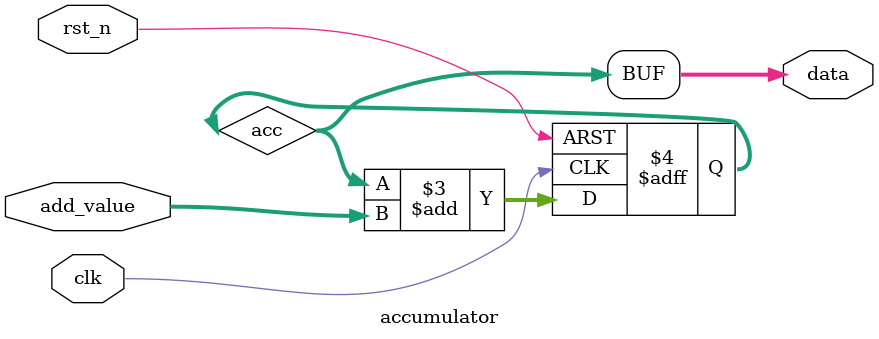
<source format=v>
module accumulator #(
    parameter ACC_WIDTH = 8,  // Parameter to define the bit width of the accumulator
    parameter ADD_WIDTH = 8   // Parameter to define the bit width of the value to be added
)(
    input wire clk,                        // Clock input
    input wire rst_n,                      // Active low reset
    input wire [ADD_WIDTH-1:0] add_value,  // Input value to be added to the accumulator
    output wire [ACC_WIDTH-1:0] data       // Output data (accumulator register)
);

    // Internal accumulator register
    reg [ACC_WIDTH-1:0] acc;

    // Always block triggered on the rising edge of the clock or the falling edge of the reset
    always @(posedge clk or negedge rst_n) begin
        if (!rst_n) begin
            // Asynchronous reset: when rst_n is low, reset the accumulator to 0
            acc <= {ACC_WIDTH{1'b0}};
        end else begin
            // On the rising edge of the clock, add the input value to the accumulator
            acc <= acc + add_value;
        end
    end

    // Assign the accumulator value to the output
    assign data = acc;

endmodule

</source>
